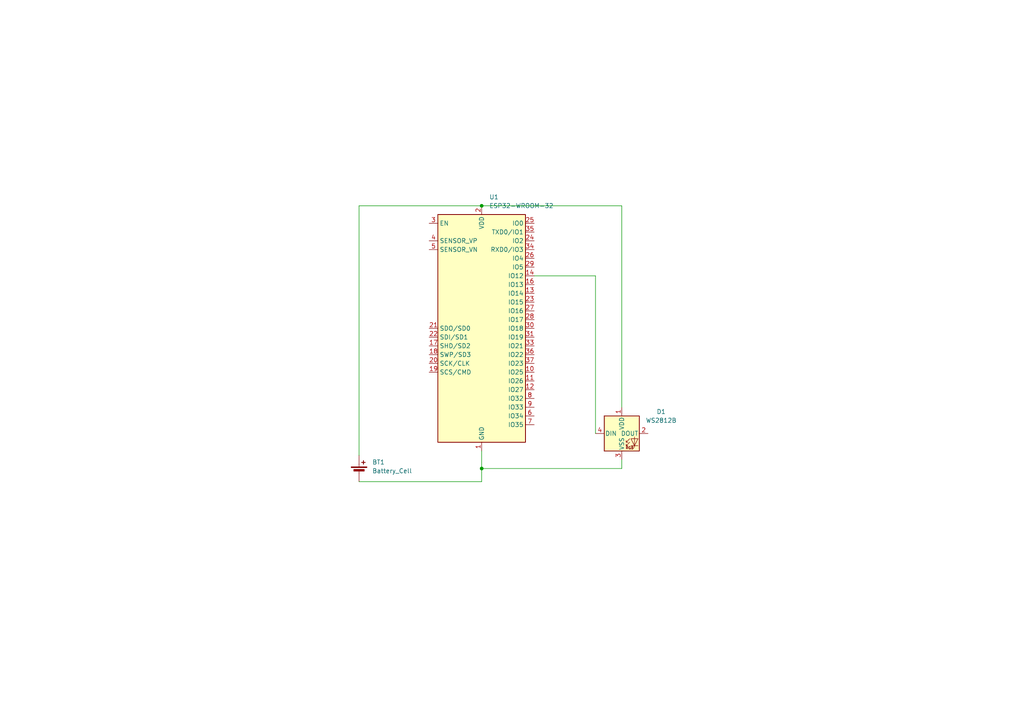
<source format=kicad_sch>
(kicad_sch
	(version 20231120)
	(generator "eeschema")
	(generator_version "8.0")
	(uuid "174b3e60-74f1-4ec7-8d76-a0d32b02f7d0")
	(paper "A4")
	(lib_symbols
		(symbol "Device:Battery_Cell"
			(pin_numbers hide)
			(pin_names
				(offset 0) hide)
			(exclude_from_sim no)
			(in_bom yes)
			(on_board yes)
			(property "Reference" "BT"
				(at 2.54 2.54 0)
				(effects
					(font
						(size 1.27 1.27)
					)
					(justify left)
				)
			)
			(property "Value" "Battery_Cell"
				(at 2.54 0 0)
				(effects
					(font
						(size 1.27 1.27)
					)
					(justify left)
				)
			)
			(property "Footprint" ""
				(at 0 1.524 90)
				(effects
					(font
						(size 1.27 1.27)
					)
					(hide yes)
				)
			)
			(property "Datasheet" "~"
				(at 0 1.524 90)
				(effects
					(font
						(size 1.27 1.27)
					)
					(hide yes)
				)
			)
			(property "Description" "Single-cell battery"
				(at 0 0 0)
				(effects
					(font
						(size 1.27 1.27)
					)
					(hide yes)
				)
			)
			(property "ki_keywords" "battery cell"
				(at 0 0 0)
				(effects
					(font
						(size 1.27 1.27)
					)
					(hide yes)
				)
			)
			(symbol "Battery_Cell_0_1"
				(rectangle
					(start -2.286 1.778)
					(end 2.286 1.524)
					(stroke
						(width 0)
						(type default)
					)
					(fill
						(type outline)
					)
				)
				(rectangle
					(start -1.524 1.016)
					(end 1.524 0.508)
					(stroke
						(width 0)
						(type default)
					)
					(fill
						(type outline)
					)
				)
				(polyline
					(pts
						(xy 0 0.762) (xy 0 0)
					)
					(stroke
						(width 0)
						(type default)
					)
					(fill
						(type none)
					)
				)
				(polyline
					(pts
						(xy 0 1.778) (xy 0 2.54)
					)
					(stroke
						(width 0)
						(type default)
					)
					(fill
						(type none)
					)
				)
				(polyline
					(pts
						(xy 0.762 3.048) (xy 1.778 3.048)
					)
					(stroke
						(width 0.254)
						(type default)
					)
					(fill
						(type none)
					)
				)
				(polyline
					(pts
						(xy 1.27 3.556) (xy 1.27 2.54)
					)
					(stroke
						(width 0.254)
						(type default)
					)
					(fill
						(type none)
					)
				)
			)
			(symbol "Battery_Cell_1_1"
				(pin passive line
					(at 0 5.08 270)
					(length 2.54)
					(name "+"
						(effects
							(font
								(size 1.27 1.27)
							)
						)
					)
					(number "1"
						(effects
							(font
								(size 1.27 1.27)
							)
						)
					)
				)
				(pin passive line
					(at 0 -2.54 90)
					(length 2.54)
					(name "-"
						(effects
							(font
								(size 1.27 1.27)
							)
						)
					)
					(number "2"
						(effects
							(font
								(size 1.27 1.27)
							)
						)
					)
				)
			)
		)
		(symbol "LED:WS2812B"
			(pin_names
				(offset 0.254)
			)
			(exclude_from_sim no)
			(in_bom yes)
			(on_board yes)
			(property "Reference" "D"
				(at 5.08 5.715 0)
				(effects
					(font
						(size 1.27 1.27)
					)
					(justify right bottom)
				)
			)
			(property "Value" "WS2812B"
				(at 1.27 -5.715 0)
				(effects
					(font
						(size 1.27 1.27)
					)
					(justify left top)
				)
			)
			(property "Footprint" "LED_SMD:LED_WS2812B_PLCC4_5.0x5.0mm_P3.2mm"
				(at 1.27 -7.62 0)
				(effects
					(font
						(size 1.27 1.27)
					)
					(justify left top)
					(hide yes)
				)
			)
			(property "Datasheet" "https://cdn-shop.adafruit.com/datasheets/WS2812B.pdf"
				(at 2.54 -9.525 0)
				(effects
					(font
						(size 1.27 1.27)
					)
					(justify left top)
					(hide yes)
				)
			)
			(property "Description" "RGB LED with integrated controller"
				(at 0 0 0)
				(effects
					(font
						(size 1.27 1.27)
					)
					(hide yes)
				)
			)
			(property "ki_keywords" "RGB LED NeoPixel addressable"
				(at 0 0 0)
				(effects
					(font
						(size 1.27 1.27)
					)
					(hide yes)
				)
			)
			(property "ki_fp_filters" "LED*WS2812*PLCC*5.0x5.0mm*P3.2mm*"
				(at 0 0 0)
				(effects
					(font
						(size 1.27 1.27)
					)
					(hide yes)
				)
			)
			(symbol "WS2812B_0_0"
				(text "RGB"
					(at 2.286 -4.191 0)
					(effects
						(font
							(size 0.762 0.762)
						)
					)
				)
			)
			(symbol "WS2812B_0_1"
				(polyline
					(pts
						(xy 1.27 -3.556) (xy 1.778 -3.556)
					)
					(stroke
						(width 0)
						(type default)
					)
					(fill
						(type none)
					)
				)
				(polyline
					(pts
						(xy 1.27 -2.54) (xy 1.778 -2.54)
					)
					(stroke
						(width 0)
						(type default)
					)
					(fill
						(type none)
					)
				)
				(polyline
					(pts
						(xy 4.699 -3.556) (xy 2.667 -3.556)
					)
					(stroke
						(width 0)
						(type default)
					)
					(fill
						(type none)
					)
				)
				(polyline
					(pts
						(xy 2.286 -2.54) (xy 1.27 -3.556) (xy 1.27 -3.048)
					)
					(stroke
						(width 0)
						(type default)
					)
					(fill
						(type none)
					)
				)
				(polyline
					(pts
						(xy 2.286 -1.524) (xy 1.27 -2.54) (xy 1.27 -2.032)
					)
					(stroke
						(width 0)
						(type default)
					)
					(fill
						(type none)
					)
				)
				(polyline
					(pts
						(xy 3.683 -1.016) (xy 3.683 -3.556) (xy 3.683 -4.064)
					)
					(stroke
						(width 0)
						(type default)
					)
					(fill
						(type none)
					)
				)
				(polyline
					(pts
						(xy 4.699 -1.524) (xy 2.667 -1.524) (xy 3.683 -3.556) (xy 4.699 -1.524)
					)
					(stroke
						(width 0)
						(type default)
					)
					(fill
						(type none)
					)
				)
				(rectangle
					(start 5.08 5.08)
					(end -5.08 -5.08)
					(stroke
						(width 0.254)
						(type default)
					)
					(fill
						(type background)
					)
				)
			)
			(symbol "WS2812B_1_1"
				(pin power_in line
					(at 0 7.62 270)
					(length 2.54)
					(name "VDD"
						(effects
							(font
								(size 1.27 1.27)
							)
						)
					)
					(number "1"
						(effects
							(font
								(size 1.27 1.27)
							)
						)
					)
				)
				(pin output line
					(at 7.62 0 180)
					(length 2.54)
					(name "DOUT"
						(effects
							(font
								(size 1.27 1.27)
							)
						)
					)
					(number "2"
						(effects
							(font
								(size 1.27 1.27)
							)
						)
					)
				)
				(pin power_in line
					(at 0 -7.62 90)
					(length 2.54)
					(name "VSS"
						(effects
							(font
								(size 1.27 1.27)
							)
						)
					)
					(number "3"
						(effects
							(font
								(size 1.27 1.27)
							)
						)
					)
				)
				(pin input line
					(at -7.62 0 0)
					(length 2.54)
					(name "DIN"
						(effects
							(font
								(size 1.27 1.27)
							)
						)
					)
					(number "4"
						(effects
							(font
								(size 1.27 1.27)
							)
						)
					)
				)
			)
		)
		(symbol "RF_Module:ESP32-WROOM-32"
			(exclude_from_sim no)
			(in_bom yes)
			(on_board yes)
			(property "Reference" "U"
				(at -12.7 34.29 0)
				(effects
					(font
						(size 1.27 1.27)
					)
					(justify left)
				)
			)
			(property "Value" "ESP32-WROOM-32"
				(at 1.27 34.29 0)
				(effects
					(font
						(size 1.27 1.27)
					)
					(justify left)
				)
			)
			(property "Footprint" "RF_Module:ESP32-WROOM-32"
				(at 0 -38.1 0)
				(effects
					(font
						(size 1.27 1.27)
					)
					(hide yes)
				)
			)
			(property "Datasheet" "https://www.espressif.com/sites/default/files/documentation/esp32-wroom-32_datasheet_en.pdf"
				(at -7.62 1.27 0)
				(effects
					(font
						(size 1.27 1.27)
					)
					(hide yes)
				)
			)
			(property "Description" "RF Module, ESP32-D0WDQ6 SoC, Wi-Fi 802.11b/g/n, Bluetooth, BLE, 32-bit, 2.7-3.6V, onboard antenna, SMD"
				(at 0 0 0)
				(effects
					(font
						(size 1.27 1.27)
					)
					(hide yes)
				)
			)
			(property "ki_keywords" "RF Radio BT ESP ESP32 Espressif onboard PCB antenna"
				(at 0 0 0)
				(effects
					(font
						(size 1.27 1.27)
					)
					(hide yes)
				)
			)
			(property "ki_fp_filters" "ESP32?WROOM?32*"
				(at 0 0 0)
				(effects
					(font
						(size 1.27 1.27)
					)
					(hide yes)
				)
			)
			(symbol "ESP32-WROOM-32_0_1"
				(rectangle
					(start -12.7 33.02)
					(end 12.7 -33.02)
					(stroke
						(width 0.254)
						(type default)
					)
					(fill
						(type background)
					)
				)
			)
			(symbol "ESP32-WROOM-32_1_1"
				(pin power_in line
					(at 0 -35.56 90)
					(length 2.54)
					(name "GND"
						(effects
							(font
								(size 1.27 1.27)
							)
						)
					)
					(number "1"
						(effects
							(font
								(size 1.27 1.27)
							)
						)
					)
				)
				(pin bidirectional line
					(at 15.24 -12.7 180)
					(length 2.54)
					(name "IO25"
						(effects
							(font
								(size 1.27 1.27)
							)
						)
					)
					(number "10"
						(effects
							(font
								(size 1.27 1.27)
							)
						)
					)
				)
				(pin bidirectional line
					(at 15.24 -15.24 180)
					(length 2.54)
					(name "IO26"
						(effects
							(font
								(size 1.27 1.27)
							)
						)
					)
					(number "11"
						(effects
							(font
								(size 1.27 1.27)
							)
						)
					)
				)
				(pin bidirectional line
					(at 15.24 -17.78 180)
					(length 2.54)
					(name "IO27"
						(effects
							(font
								(size 1.27 1.27)
							)
						)
					)
					(number "12"
						(effects
							(font
								(size 1.27 1.27)
							)
						)
					)
				)
				(pin bidirectional line
					(at 15.24 10.16 180)
					(length 2.54)
					(name "IO14"
						(effects
							(font
								(size 1.27 1.27)
							)
						)
					)
					(number "13"
						(effects
							(font
								(size 1.27 1.27)
							)
						)
					)
				)
				(pin bidirectional line
					(at 15.24 15.24 180)
					(length 2.54)
					(name "IO12"
						(effects
							(font
								(size 1.27 1.27)
							)
						)
					)
					(number "14"
						(effects
							(font
								(size 1.27 1.27)
							)
						)
					)
				)
				(pin passive line
					(at 0 -35.56 90)
					(length 2.54) hide
					(name "GND"
						(effects
							(font
								(size 1.27 1.27)
							)
						)
					)
					(number "15"
						(effects
							(font
								(size 1.27 1.27)
							)
						)
					)
				)
				(pin bidirectional line
					(at 15.24 12.7 180)
					(length 2.54)
					(name "IO13"
						(effects
							(font
								(size 1.27 1.27)
							)
						)
					)
					(number "16"
						(effects
							(font
								(size 1.27 1.27)
							)
						)
					)
				)
				(pin bidirectional line
					(at -15.24 -5.08 0)
					(length 2.54)
					(name "SHD/SD2"
						(effects
							(font
								(size 1.27 1.27)
							)
						)
					)
					(number "17"
						(effects
							(font
								(size 1.27 1.27)
							)
						)
					)
				)
				(pin bidirectional line
					(at -15.24 -7.62 0)
					(length 2.54)
					(name "SWP/SD3"
						(effects
							(font
								(size 1.27 1.27)
							)
						)
					)
					(number "18"
						(effects
							(font
								(size 1.27 1.27)
							)
						)
					)
				)
				(pin bidirectional line
					(at -15.24 -12.7 0)
					(length 2.54)
					(name "SCS/CMD"
						(effects
							(font
								(size 1.27 1.27)
							)
						)
					)
					(number "19"
						(effects
							(font
								(size 1.27 1.27)
							)
						)
					)
				)
				(pin power_in line
					(at 0 35.56 270)
					(length 2.54)
					(name "VDD"
						(effects
							(font
								(size 1.27 1.27)
							)
						)
					)
					(number "2"
						(effects
							(font
								(size 1.27 1.27)
							)
						)
					)
				)
				(pin bidirectional line
					(at -15.24 -10.16 0)
					(length 2.54)
					(name "SCK/CLK"
						(effects
							(font
								(size 1.27 1.27)
							)
						)
					)
					(number "20"
						(effects
							(font
								(size 1.27 1.27)
							)
						)
					)
				)
				(pin bidirectional line
					(at -15.24 0 0)
					(length 2.54)
					(name "SDO/SD0"
						(effects
							(font
								(size 1.27 1.27)
							)
						)
					)
					(number "21"
						(effects
							(font
								(size 1.27 1.27)
							)
						)
					)
				)
				(pin bidirectional line
					(at -15.24 -2.54 0)
					(length 2.54)
					(name "SDI/SD1"
						(effects
							(font
								(size 1.27 1.27)
							)
						)
					)
					(number "22"
						(effects
							(font
								(size 1.27 1.27)
							)
						)
					)
				)
				(pin bidirectional line
					(at 15.24 7.62 180)
					(length 2.54)
					(name "IO15"
						(effects
							(font
								(size 1.27 1.27)
							)
						)
					)
					(number "23"
						(effects
							(font
								(size 1.27 1.27)
							)
						)
					)
				)
				(pin bidirectional line
					(at 15.24 25.4 180)
					(length 2.54)
					(name "IO2"
						(effects
							(font
								(size 1.27 1.27)
							)
						)
					)
					(number "24"
						(effects
							(font
								(size 1.27 1.27)
							)
						)
					)
				)
				(pin bidirectional line
					(at 15.24 30.48 180)
					(length 2.54)
					(name "IO0"
						(effects
							(font
								(size 1.27 1.27)
							)
						)
					)
					(number "25"
						(effects
							(font
								(size 1.27 1.27)
							)
						)
					)
				)
				(pin bidirectional line
					(at 15.24 20.32 180)
					(length 2.54)
					(name "IO4"
						(effects
							(font
								(size 1.27 1.27)
							)
						)
					)
					(number "26"
						(effects
							(font
								(size 1.27 1.27)
							)
						)
					)
				)
				(pin bidirectional line
					(at 15.24 5.08 180)
					(length 2.54)
					(name "IO16"
						(effects
							(font
								(size 1.27 1.27)
							)
						)
					)
					(number "27"
						(effects
							(font
								(size 1.27 1.27)
							)
						)
					)
				)
				(pin bidirectional line
					(at 15.24 2.54 180)
					(length 2.54)
					(name "IO17"
						(effects
							(font
								(size 1.27 1.27)
							)
						)
					)
					(number "28"
						(effects
							(font
								(size 1.27 1.27)
							)
						)
					)
				)
				(pin bidirectional line
					(at 15.24 17.78 180)
					(length 2.54)
					(name "IO5"
						(effects
							(font
								(size 1.27 1.27)
							)
						)
					)
					(number "29"
						(effects
							(font
								(size 1.27 1.27)
							)
						)
					)
				)
				(pin input line
					(at -15.24 30.48 0)
					(length 2.54)
					(name "EN"
						(effects
							(font
								(size 1.27 1.27)
							)
						)
					)
					(number "3"
						(effects
							(font
								(size 1.27 1.27)
							)
						)
					)
				)
				(pin bidirectional line
					(at 15.24 0 180)
					(length 2.54)
					(name "IO18"
						(effects
							(font
								(size 1.27 1.27)
							)
						)
					)
					(number "30"
						(effects
							(font
								(size 1.27 1.27)
							)
						)
					)
				)
				(pin bidirectional line
					(at 15.24 -2.54 180)
					(length 2.54)
					(name "IO19"
						(effects
							(font
								(size 1.27 1.27)
							)
						)
					)
					(number "31"
						(effects
							(font
								(size 1.27 1.27)
							)
						)
					)
				)
				(pin no_connect line
					(at -12.7 -27.94 0)
					(length 2.54) hide
					(name "NC"
						(effects
							(font
								(size 1.27 1.27)
							)
						)
					)
					(number "32"
						(effects
							(font
								(size 1.27 1.27)
							)
						)
					)
				)
				(pin bidirectional line
					(at 15.24 -5.08 180)
					(length 2.54)
					(name "IO21"
						(effects
							(font
								(size 1.27 1.27)
							)
						)
					)
					(number "33"
						(effects
							(font
								(size 1.27 1.27)
							)
						)
					)
				)
				(pin bidirectional line
					(at 15.24 22.86 180)
					(length 2.54)
					(name "RXD0/IO3"
						(effects
							(font
								(size 1.27 1.27)
							)
						)
					)
					(number "34"
						(effects
							(font
								(size 1.27 1.27)
							)
						)
					)
				)
				(pin bidirectional line
					(at 15.24 27.94 180)
					(length 2.54)
					(name "TXD0/IO1"
						(effects
							(font
								(size 1.27 1.27)
							)
						)
					)
					(number "35"
						(effects
							(font
								(size 1.27 1.27)
							)
						)
					)
				)
				(pin bidirectional line
					(at 15.24 -7.62 180)
					(length 2.54)
					(name "IO22"
						(effects
							(font
								(size 1.27 1.27)
							)
						)
					)
					(number "36"
						(effects
							(font
								(size 1.27 1.27)
							)
						)
					)
				)
				(pin bidirectional line
					(at 15.24 -10.16 180)
					(length 2.54)
					(name "IO23"
						(effects
							(font
								(size 1.27 1.27)
							)
						)
					)
					(number "37"
						(effects
							(font
								(size 1.27 1.27)
							)
						)
					)
				)
				(pin passive line
					(at 0 -35.56 90)
					(length 2.54) hide
					(name "GND"
						(effects
							(font
								(size 1.27 1.27)
							)
						)
					)
					(number "38"
						(effects
							(font
								(size 1.27 1.27)
							)
						)
					)
				)
				(pin passive line
					(at 0 -35.56 90)
					(length 2.54) hide
					(name "GND"
						(effects
							(font
								(size 1.27 1.27)
							)
						)
					)
					(number "39"
						(effects
							(font
								(size 1.27 1.27)
							)
						)
					)
				)
				(pin input line
					(at -15.24 25.4 0)
					(length 2.54)
					(name "SENSOR_VP"
						(effects
							(font
								(size 1.27 1.27)
							)
						)
					)
					(number "4"
						(effects
							(font
								(size 1.27 1.27)
							)
						)
					)
				)
				(pin input line
					(at -15.24 22.86 0)
					(length 2.54)
					(name "SENSOR_VN"
						(effects
							(font
								(size 1.27 1.27)
							)
						)
					)
					(number "5"
						(effects
							(font
								(size 1.27 1.27)
							)
						)
					)
				)
				(pin input line
					(at 15.24 -25.4 180)
					(length 2.54)
					(name "IO34"
						(effects
							(font
								(size 1.27 1.27)
							)
						)
					)
					(number "6"
						(effects
							(font
								(size 1.27 1.27)
							)
						)
					)
				)
				(pin input line
					(at 15.24 -27.94 180)
					(length 2.54)
					(name "IO35"
						(effects
							(font
								(size 1.27 1.27)
							)
						)
					)
					(number "7"
						(effects
							(font
								(size 1.27 1.27)
							)
						)
					)
				)
				(pin bidirectional line
					(at 15.24 -20.32 180)
					(length 2.54)
					(name "IO32"
						(effects
							(font
								(size 1.27 1.27)
							)
						)
					)
					(number "8"
						(effects
							(font
								(size 1.27 1.27)
							)
						)
					)
				)
				(pin bidirectional line
					(at 15.24 -22.86 180)
					(length 2.54)
					(name "IO33"
						(effects
							(font
								(size 1.27 1.27)
							)
						)
					)
					(number "9"
						(effects
							(font
								(size 1.27 1.27)
							)
						)
					)
				)
			)
		)
	)
	(junction
		(at 139.7 135.89)
		(diameter 0)
		(color 0 0 0 0)
		(uuid "50349ee5-8095-44b2-aad8-df5b092b985c")
	)
	(junction
		(at 139.7 59.69)
		(diameter 0)
		(color 0 0 0 0)
		(uuid "aa5797df-5030-4d20-9f60-ae29b84b230f")
	)
	(wire
		(pts
			(xy 139.7 135.89) (xy 139.7 139.7)
		)
		(stroke
			(width 0)
			(type default)
		)
		(uuid "118dea67-90a8-46ce-94ac-3948667ffb87")
	)
	(wire
		(pts
			(xy 180.34 135.89) (xy 139.7 135.89)
		)
		(stroke
			(width 0)
			(type default)
		)
		(uuid "2106f7c6-c8be-4790-b398-22e0214cf4eb")
	)
	(wire
		(pts
			(xy 139.7 130.81) (xy 139.7 135.89)
		)
		(stroke
			(width 0)
			(type default)
		)
		(uuid "4da1ed80-0c80-430d-835c-7d23b1bbed2f")
	)
	(wire
		(pts
			(xy 139.7 59.69) (xy 180.34 59.69)
		)
		(stroke
			(width 0)
			(type default)
		)
		(uuid "751359e6-e0c2-4d45-aa8b-d9296bdbde47")
	)
	(wire
		(pts
			(xy 154.94 80.01) (xy 172.72 80.01)
		)
		(stroke
			(width 0)
			(type default)
		)
		(uuid "7c100d87-e627-466c-ac7e-13387007e63b")
	)
	(wire
		(pts
			(xy 139.7 59.69) (xy 104.14 59.69)
		)
		(stroke
			(width 0)
			(type default)
		)
		(uuid "7f0dfcaa-cb6e-4042-805c-ef57f01504ea")
	)
	(wire
		(pts
			(xy 172.72 80.01) (xy 172.72 125.73)
		)
		(stroke
			(width 0)
			(type default)
		)
		(uuid "aa8cf8c3-e4ac-44e2-889a-9a8949dad6af")
	)
	(wire
		(pts
			(xy 180.34 133.35) (xy 180.34 135.89)
		)
		(stroke
			(width 0)
			(type default)
		)
		(uuid "b5f55527-4841-4cad-b696-39f2065e516a")
	)
	(wire
		(pts
			(xy 104.14 139.7) (xy 139.7 139.7)
		)
		(stroke
			(width 0)
			(type default)
		)
		(uuid "d1f00da3-ae51-46b4-b344-b67c545ef95b")
	)
	(wire
		(pts
			(xy 104.14 59.69) (xy 104.14 132.08)
		)
		(stroke
			(width 0)
			(type default)
		)
		(uuid "d3b2d58d-5da5-4b99-a665-c5365477ebfa")
	)
	(wire
		(pts
			(xy 180.34 59.69) (xy 180.34 118.11)
		)
		(stroke
			(width 0)
			(type default)
		)
		(uuid "e11afd7d-d181-43c4-a172-1b2a23458058")
	)
	(symbol
		(lib_id "Device:Battery_Cell")
		(at 104.14 137.16 0)
		(unit 1)
		(exclude_from_sim no)
		(in_bom yes)
		(on_board yes)
		(dnp no)
		(fields_autoplaced yes)
		(uuid "880c0e9c-77fa-483a-ab53-3a58b9f6ab7a")
		(property "Reference" "BT1"
			(at 107.95 134.0484 0)
			(effects
				(font
					(size 1.27 1.27)
				)
				(justify left)
			)
		)
		(property "Value" "Battery_Cell"
			(at 107.95 136.5884 0)
			(effects
				(font
					(size 1.27 1.27)
				)
				(justify left)
			)
		)
		(property "Footprint" "Battery:Battery_Panasonic_CR2032-VS1N_Vertical_CircularHoles"
			(at 104.14 135.636 90)
			(effects
				(font
					(size 1.27 1.27)
				)
				(hide yes)
			)
		)
		(property "Datasheet" "~"
			(at 104.14 135.636 90)
			(effects
				(font
					(size 1.27 1.27)
				)
				(hide yes)
			)
		)
		(property "Description" "Single-cell battery"
			(at 104.14 137.16 0)
			(effects
				(font
					(size 1.27 1.27)
				)
				(hide yes)
			)
		)
		(pin "1"
			(uuid "6dcb91e3-c325-4dc8-b9ba-8e393728364e")
		)
		(pin "2"
			(uuid "d426735e-5d1f-4e59-af5e-3de36cac74cf")
		)
		(instances
			(project ""
				(path "/174b3e60-74f1-4ec7-8d76-a0d32b02f7d0"
					(reference "BT1")
					(unit 1)
				)
			)
		)
	)
	(symbol
		(lib_id "RF_Module:ESP32-WROOM-32")
		(at 139.7 95.25 0)
		(unit 1)
		(exclude_from_sim no)
		(in_bom yes)
		(on_board yes)
		(dnp no)
		(fields_autoplaced yes)
		(uuid "8e43527a-b71f-4173-9a8a-b763dc32c36d")
		(property "Reference" "U1"
			(at 141.8941 57.15 0)
			(effects
				(font
					(size 1.27 1.27)
				)
				(justify left)
			)
		)
		(property "Value" "ESP32-WROOM-32"
			(at 141.8941 59.69 0)
			(effects
				(font
					(size 1.27 1.27)
				)
				(justify left)
			)
		)
		(property "Footprint" "RF_Module:MCU_Seeed_ESP32C3"
			(at 139.7 133.35 0)
			(effects
				(font
					(size 1.27 1.27)
				)
				(hide yes)
			)
		)
		(property "Datasheet" "https://www.espressif.com/sites/default/files/documentation/esp32-wroom-32_datasheet_en.pdf"
			(at 132.08 93.98 0)
			(effects
				(font
					(size 1.27 1.27)
				)
				(hide yes)
			)
		)
		(property "Description" "RF Module, ESP32-D0WDQ6 SoC, Wi-Fi 802.11b/g/n, Bluetooth, BLE, 32-bit, 2.7-3.6V, onboard antenna, SMD"
			(at 139.7 95.25 0)
			(effects
				(font
					(size 1.27 1.27)
				)
				(hide yes)
			)
		)
		(pin "30"
			(uuid "a88197bc-e957-4626-b3e7-e7ad7f144480")
		)
		(pin "11"
			(uuid "4420fc7b-6434-4603-8dcd-1f8cd64f0676")
		)
		(pin "12"
			(uuid "2087e6fe-21e8-42f9-833b-9c029b772b9a")
		)
		(pin "15"
			(uuid "d8d01138-092c-476f-be18-025603a514a2")
		)
		(pin "19"
			(uuid "59e0d9f0-f2e0-40b8-b541-75c6e210c7bd")
		)
		(pin "20"
			(uuid "34dfb3ee-7e8b-447e-9931-ee155b4b6a4e")
		)
		(pin "24"
			(uuid "648b5e4d-b9bb-439b-85cf-8905e8de9781")
		)
		(pin "25"
			(uuid "1b9a72e6-9230-4671-8c97-609f62d14116")
		)
		(pin "29"
			(uuid "366762ff-2c5a-46c3-82a4-a9405997b957")
		)
		(pin "14"
			(uuid "ac07ba8f-2c5d-4422-a8da-485768c2f30a")
		)
		(pin "39"
			(uuid "d6a35161-a791-4b43-b2f9-e0e0e865ace6")
		)
		(pin "7"
			(uuid "68727537-1b7c-4fb8-8c00-a711f8772b41")
		)
		(pin "36"
			(uuid "be821d6a-3b65-4423-baea-25a044d2b9c9")
		)
		(pin "3"
			(uuid "e08eeb76-70e1-48a1-8ddc-9eccca9f8255")
		)
		(pin "32"
			(uuid "d13adb42-1c2d-484e-bb66-76d8a63755fb")
		)
		(pin "6"
			(uuid "3ab76804-259c-4f47-af03-370762912a89")
		)
		(pin "10"
			(uuid "4c2605c7-c42c-482a-b8ef-8e1f2727e32f")
		)
		(pin "23"
			(uuid "ba994777-9ea5-4e57-b921-1444a65c9480")
		)
		(pin "38"
			(uuid "7890d43d-2979-439a-a6df-5909fc99ce53")
		)
		(pin "18"
			(uuid "9beaef3e-43b5-41e5-bb1d-3b3be3c955d6")
		)
		(pin "1"
			(uuid "da1f96e4-8cce-49b2-8c51-1ef29d2d4caa")
		)
		(pin "17"
			(uuid "e88008f0-24c1-43fb-869f-1edc2155bce6")
		)
		(pin "26"
			(uuid "cda61b4e-fe15-4015-b779-7614fb4c2942")
		)
		(pin "27"
			(uuid "b833e760-3c54-4c71-b5e7-8d42c82a632e")
		)
		(pin "31"
			(uuid "fcad87ff-3b7f-40ea-a92a-7b592bea87da")
		)
		(pin "35"
			(uuid "5abeca65-6e9c-483c-b367-6119eb8bbedd")
		)
		(pin "13"
			(uuid "d8e8624f-1371-41b1-aeff-a6833bca73b0")
		)
		(pin "2"
			(uuid "40051b1c-d7d5-4c6f-a25e-ec913461cd0a")
		)
		(pin "22"
			(uuid "915064b0-b3a2-4049-b63f-1178fbb7ee37")
		)
		(pin "5"
			(uuid "ba700251-d136-49d2-83a9-f2ab96958c2e")
		)
		(pin "28"
			(uuid "84382d8e-263e-4339-9f7a-f5ac990c4647")
		)
		(pin "33"
			(uuid "75a6a062-1cae-451c-ae93-98dd959b5d77")
		)
		(pin "8"
			(uuid "766d999f-daed-4432-be6e-c95d8b089bbb")
		)
		(pin "9"
			(uuid "20f54d75-9d90-4bd4-a816-52ebe8403e9d")
		)
		(pin "16"
			(uuid "c65f0e59-44c2-4cb3-b8ea-324e00efab47")
		)
		(pin "34"
			(uuid "f0a1160a-697c-4247-b219-ef262bf2eb90")
		)
		(pin "37"
			(uuid "52446122-28a6-4633-8487-8756836fece0")
		)
		(pin "4"
			(uuid "f53b705e-cc31-49dd-9129-93af0988d2a1")
		)
		(pin "21"
			(uuid "f360dabe-f1cf-4e5d-8b5d-c06d2426185c")
		)
		(instances
			(project ""
				(path "/174b3e60-74f1-4ec7-8d76-a0d32b02f7d0"
					(reference "U1")
					(unit 1)
				)
			)
		)
	)
	(symbol
		(lib_id "LED:WS2812B")
		(at 180.34 125.73 0)
		(unit 1)
		(exclude_from_sim no)
		(in_bom yes)
		(on_board yes)
		(dnp no)
		(fields_autoplaced yes)
		(uuid "b5e2cf85-97b3-4747-b678-78271350c889")
		(property "Reference" "D1"
			(at 191.77 119.4114 0)
			(effects
				(font
					(size 1.27 1.27)
				)
			)
		)
		(property "Value" "WS2812B"
			(at 191.77 121.9514 0)
			(effects
				(font
					(size 1.27 1.27)
				)
			)
		)
		(property "Footprint" "LED_SMD:LED_WS2812B_PLCC4_5.0x5.0mm_P3.2mm"
			(at 181.61 133.35 0)
			(effects
				(font
					(size 1.27 1.27)
				)
				(justify left top)
				(hide yes)
			)
		)
		(property "Datasheet" "https://cdn-shop.adafruit.com/datasheets/WS2812B.pdf"
			(at 182.88 135.255 0)
			(effects
				(font
					(size 1.27 1.27)
				)
				(justify left top)
				(hide yes)
			)
		)
		(property "Description" "RGB LED with integrated controller"
			(at 180.34 125.73 0)
			(effects
				(font
					(size 1.27 1.27)
				)
				(hide yes)
			)
		)
		(pin "2"
			(uuid "c521cecd-58b8-4d55-b251-91fd5082ed33")
		)
		(pin "4"
			(uuid "6819f827-4eb3-4399-b2de-76857dc9ec91")
		)
		(pin "1"
			(uuid "eeac273f-f2fc-43ba-9d83-623a8c15bee2")
		)
		(pin "3"
			(uuid "91671a3f-a40b-4ae2-b3f9-9a425d83c26d")
		)
		(instances
			(project ""
				(path "/174b3e60-74f1-4ec7-8d76-a0d32b02f7d0"
					(reference "D1")
					(unit 1)
				)
			)
		)
	)
	(sheet_instances
		(path "/"
			(page "1")
		)
	)
)

</source>
